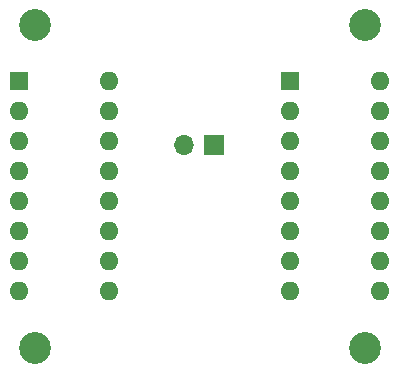
<source format=gbr>
%TF.GenerationSoftware,KiCad,Pcbnew,(5.1.9)-1*%
%TF.CreationDate,2021-09-28T11:41:38-07:00*%
%TF.ProjectId,Apple2to1,4170706c-6532-4746-9f31-2e6b69636164,rev?*%
%TF.SameCoordinates,Original*%
%TF.FileFunction,Soldermask,Bot*%
%TF.FilePolarity,Negative*%
%FSLAX46Y46*%
G04 Gerber Fmt 4.6, Leading zero omitted, Abs format (unit mm)*
G04 Created by KiCad (PCBNEW (5.1.9)-1) date 2021-09-28 11:41:38*
%MOMM*%
%LPD*%
G01*
G04 APERTURE LIST*
%ADD10C,2.700000*%
%ADD11R,1.700000X1.700000*%
%ADD12O,1.700000X1.700000*%
%ADD13O,1.600000X1.600000*%
%ADD14R,1.600000X1.600000*%
G04 APERTURE END LIST*
D10*
%TO.C,REF\u002A\u002A*%
X109220000Y-89170000D03*
%TD*%
%TO.C,REF\u002A\u002A*%
X137160000Y-116570000D03*
%TD*%
%TO.C,REF\u002A\u002A*%
X137160000Y-89170000D03*
%TD*%
D11*
%TO.C,J3*%
X124400000Y-99400000D03*
D12*
X121860000Y-99400000D03*
%TD*%
D10*
%TO.C,REF\u002A\u002A*%
X109220000Y-116570000D03*
%TD*%
D13*
%TO.C,J2*%
X115520000Y-93980000D03*
X107900000Y-111760000D03*
X115520000Y-96520000D03*
X107900000Y-109220000D03*
X115520000Y-99060000D03*
X107900000Y-106680000D03*
X115520000Y-101600000D03*
X107900000Y-104140000D03*
X115520000Y-104140000D03*
X107900000Y-101600000D03*
X115520000Y-106680000D03*
X107900000Y-99060000D03*
X115520000Y-109220000D03*
X107900000Y-96520000D03*
X115520000Y-111760000D03*
D14*
X107900000Y-93980000D03*
%TD*%
D13*
%TO.C,J1*%
X138430000Y-93980000D03*
X130810000Y-111760000D03*
X138430000Y-96520000D03*
X130810000Y-109220000D03*
X138430000Y-99060000D03*
X130810000Y-106680000D03*
X138430000Y-101600000D03*
X130810000Y-104140000D03*
X138430000Y-104140000D03*
X130810000Y-101600000D03*
X138430000Y-106680000D03*
X130810000Y-99060000D03*
X138430000Y-109220000D03*
X130810000Y-96520000D03*
X138430000Y-111760000D03*
D14*
X130810000Y-93980000D03*
%TD*%
M02*

</source>
